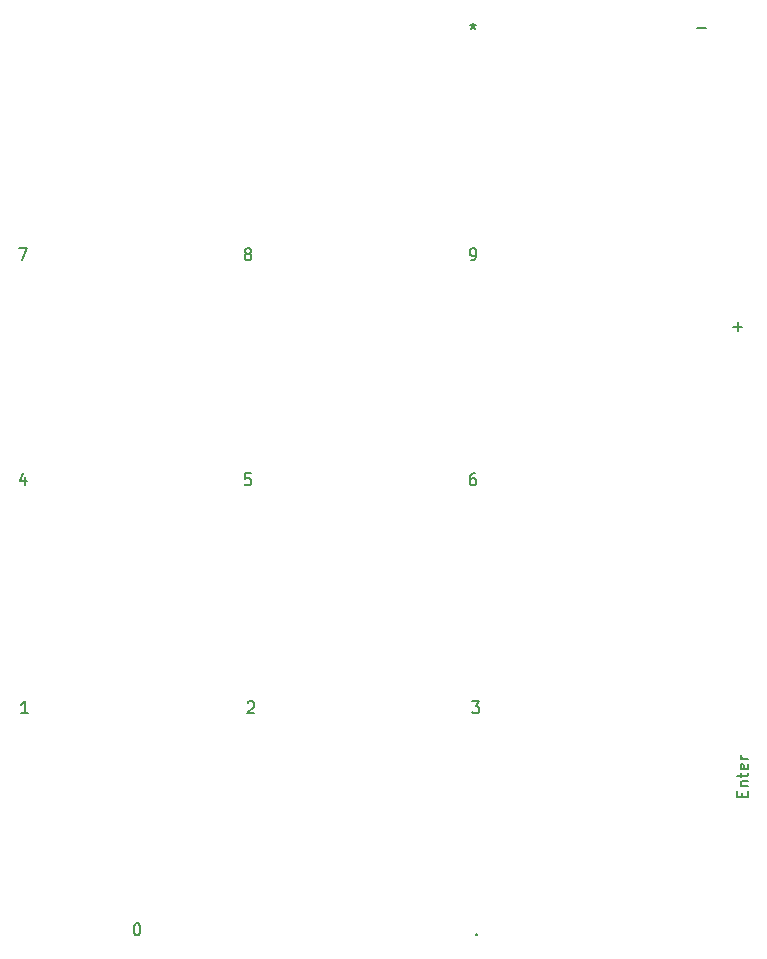
<source format=gto>
G04 #@! TF.GenerationSoftware,KiCad,Pcbnew,(5.1.4-0-10_14)*
G04 #@! TF.CreationDate,2020-10-24T19:39:48+11:00*
G04 #@! TF.ProjectId,Numpad,4e756d70-6164-42e6-9b69-6361645f7063,rev?*
G04 #@! TF.SameCoordinates,Original*
G04 #@! TF.FileFunction,Legend,Top*
G04 #@! TF.FilePolarity,Positive*
%FSLAX46Y46*%
G04 Gerber Fmt 4.6, Leading zero omitted, Abs format (unit mm)*
G04 Created by KiCad (PCBNEW (5.1.4-0-10_14)) date 2020-10-24 19:39:48*
%MOMM*%
%LPD*%
G04 APERTURE LIST*
%ADD10C,0.150000*%
%ADD11C,4.502000*%
%ADD12O,1.302000X2.502000*%
%ADD13O,1.260000X2.418000*%
%ADD14C,0.732000*%
%ADD15C,0.702000*%
%ADD16O,1.802000X1.802000*%
%ADD17R,1.802000X1.802000*%
%ADD18C,4.089800*%
%ADD19C,1.852000*%
%ADD20C,3.150000*%
G04 APERTURE END LIST*
D10*
X148971047Y-57221428D02*
X149732952Y-57221428D01*
X130048000Y-56856380D02*
X130048000Y-57094476D01*
X129809904Y-56999238D02*
X130048000Y-57094476D01*
X130286095Y-56999238D01*
X129905142Y-57284952D02*
X130048000Y-57094476D01*
X130190857Y-57284952D01*
X129857523Y-76906380D02*
X130048000Y-76906380D01*
X130143238Y-76858761D01*
X130190857Y-76811142D01*
X130286095Y-76668285D01*
X130333714Y-76477809D01*
X130333714Y-76096857D01*
X130286095Y-76001619D01*
X130238476Y-75954000D01*
X130143238Y-75906380D01*
X129952761Y-75906380D01*
X129857523Y-75954000D01*
X129809904Y-76001619D01*
X129762285Y-76096857D01*
X129762285Y-76334952D01*
X129809904Y-76430190D01*
X129857523Y-76477809D01*
X129952761Y-76525428D01*
X130143238Y-76525428D01*
X130238476Y-76477809D01*
X130286095Y-76430190D01*
X130333714Y-76334952D01*
X110902761Y-76334952D02*
X110807523Y-76287333D01*
X110759904Y-76239714D01*
X110712285Y-76144476D01*
X110712285Y-76096857D01*
X110759904Y-76001619D01*
X110807523Y-75954000D01*
X110902761Y-75906380D01*
X111093238Y-75906380D01*
X111188476Y-75954000D01*
X111236095Y-76001619D01*
X111283714Y-76096857D01*
X111283714Y-76144476D01*
X111236095Y-76239714D01*
X111188476Y-76287333D01*
X111093238Y-76334952D01*
X110902761Y-76334952D01*
X110807523Y-76382571D01*
X110759904Y-76430190D01*
X110712285Y-76525428D01*
X110712285Y-76715904D01*
X110759904Y-76811142D01*
X110807523Y-76858761D01*
X110902761Y-76906380D01*
X111093238Y-76906380D01*
X111188476Y-76858761D01*
X111236095Y-76811142D01*
X111283714Y-76715904D01*
X111283714Y-76525428D01*
X111236095Y-76430190D01*
X111188476Y-76382571D01*
X111093238Y-76334952D01*
X91614666Y-75906380D02*
X92281333Y-75906380D01*
X91852761Y-76906380D01*
X152471428Y-82930952D02*
X152471428Y-82169047D01*
X152852380Y-82550000D02*
X152090476Y-82550000D01*
X130238476Y-94956380D02*
X130048000Y-94956380D01*
X129952761Y-95004000D01*
X129905142Y-95051619D01*
X129809904Y-95194476D01*
X129762285Y-95384952D01*
X129762285Y-95765904D01*
X129809904Y-95861142D01*
X129857523Y-95908761D01*
X129952761Y-95956380D01*
X130143238Y-95956380D01*
X130238476Y-95908761D01*
X130286095Y-95861142D01*
X130333714Y-95765904D01*
X130333714Y-95527809D01*
X130286095Y-95432571D01*
X130238476Y-95384952D01*
X130143238Y-95337333D01*
X129952761Y-95337333D01*
X129857523Y-95384952D01*
X129809904Y-95432571D01*
X129762285Y-95527809D01*
X111236095Y-94956380D02*
X110759904Y-94956380D01*
X110712285Y-95432571D01*
X110759904Y-95384952D01*
X110855142Y-95337333D01*
X111093238Y-95337333D01*
X111188476Y-95384952D01*
X111236095Y-95432571D01*
X111283714Y-95527809D01*
X111283714Y-95765904D01*
X111236095Y-95861142D01*
X111188476Y-95908761D01*
X111093238Y-95956380D01*
X110855142Y-95956380D01*
X110759904Y-95908761D01*
X110712285Y-95861142D01*
X92138476Y-95289714D02*
X92138476Y-95956380D01*
X91900380Y-94908761D02*
X91662285Y-95623047D01*
X92281333Y-95623047D01*
X129968666Y-114260380D02*
X130587714Y-114260380D01*
X130254380Y-114641333D01*
X130397238Y-114641333D01*
X130492476Y-114688952D01*
X130540095Y-114736571D01*
X130587714Y-114831809D01*
X130587714Y-115069904D01*
X130540095Y-115165142D01*
X130492476Y-115212761D01*
X130397238Y-115260380D01*
X130111523Y-115260380D01*
X130016285Y-115212761D01*
X129968666Y-115165142D01*
X110966285Y-114355619D02*
X111013904Y-114308000D01*
X111109142Y-114260380D01*
X111347238Y-114260380D01*
X111442476Y-114308000D01*
X111490095Y-114355619D01*
X111537714Y-114450857D01*
X111537714Y-114546095D01*
X111490095Y-114688952D01*
X110918666Y-115260380D01*
X111537714Y-115260380D01*
X92360714Y-115260380D02*
X91789285Y-115260380D01*
X92075000Y-115260380D02*
X92075000Y-114260380D01*
X91979761Y-114403238D01*
X91884523Y-114498476D01*
X91789285Y-114546095D01*
X152836571Y-122340476D02*
X152836571Y-122007142D01*
X153360380Y-121864285D02*
X153360380Y-122340476D01*
X152360380Y-122340476D01*
X152360380Y-121864285D01*
X152693714Y-121435714D02*
X153360380Y-121435714D01*
X152788952Y-121435714D02*
X152741333Y-121388095D01*
X152693714Y-121292857D01*
X152693714Y-121150000D01*
X152741333Y-121054761D01*
X152836571Y-121007142D01*
X153360380Y-121007142D01*
X152693714Y-120673809D02*
X152693714Y-120292857D01*
X152360380Y-120530952D02*
X153217523Y-120530952D01*
X153312761Y-120483333D01*
X153360380Y-120388095D01*
X153360380Y-120292857D01*
X153312761Y-119578571D02*
X153360380Y-119673809D01*
X153360380Y-119864285D01*
X153312761Y-119959523D01*
X153217523Y-120007142D01*
X152836571Y-120007142D01*
X152741333Y-119959523D01*
X152693714Y-119864285D01*
X152693714Y-119673809D01*
X152741333Y-119578571D01*
X152836571Y-119530952D01*
X152931809Y-119530952D01*
X153027047Y-120007142D01*
X153360380Y-119102380D02*
X152693714Y-119102380D01*
X152884190Y-119102380D02*
X152788952Y-119054761D01*
X152741333Y-119007142D01*
X152693714Y-118911904D01*
X152693714Y-118816666D01*
X130302000Y-133961142D02*
X130254380Y-134008761D01*
X130302000Y-134056380D01*
X130349619Y-134008761D01*
X130302000Y-133961142D01*
X130302000Y-134056380D01*
X101647619Y-133056380D02*
X101552380Y-133056380D01*
X101457142Y-133104000D01*
X101409523Y-133151619D01*
X101361904Y-133246857D01*
X101314285Y-133437333D01*
X101314285Y-133675428D01*
X101361904Y-133865904D01*
X101409523Y-133961142D01*
X101457142Y-134008761D01*
X101552380Y-134056380D01*
X101647619Y-134056380D01*
X101742857Y-134008761D01*
X101790476Y-133961142D01*
X101838095Y-133865904D01*
X101885714Y-133675428D01*
X101885714Y-133437333D01*
X101838095Y-133246857D01*
X101790476Y-133151619D01*
X101742857Y-133104000D01*
X101647619Y-133056380D01*
%LPC*%
D11*
X152527000Y-101600000D03*
X83947000Y-130175000D03*
X139700000Y-53975000D03*
X99060000Y-82550000D03*
D12*
X105920000Y-43890000D03*
X97280000Y-43890000D03*
D13*
X105920000Y-47715000D03*
X97280000Y-47715000D03*
D14*
X98600000Y-46990000D03*
X104600000Y-46990000D03*
D15*
X104600000Y-46990000D03*
D16*
X89408000Y-80772000D03*
X89408000Y-78232000D03*
X86868000Y-80772000D03*
X86868000Y-78232000D03*
X84328000Y-80772000D03*
D17*
X84328000Y-78232000D03*
D18*
X111125000Y-73025000D03*
D19*
X106045000Y-73025000D03*
X116205000Y-73025000D03*
D18*
X92075000Y-53975000D03*
D19*
X86995000Y-53975000D03*
X97155000Y-53975000D03*
D18*
X111125000Y-53975000D03*
D19*
X106045000Y-53975000D03*
X116205000Y-53975000D03*
D18*
X130175000Y-130175000D03*
D19*
X125095000Y-130175000D03*
X135255000Y-130175000D03*
D18*
X101600000Y-130175000D03*
D19*
X96520000Y-130175000D03*
X106680000Y-130175000D03*
D20*
X89693750Y-137160000D03*
X113506250Y-137160000D03*
D18*
X89693750Y-121920000D03*
X113506250Y-121920000D03*
X149225000Y-120650000D03*
D19*
X149225000Y-125730000D03*
X149225000Y-115570000D03*
D20*
X156210000Y-132556250D03*
X156210000Y-108743750D03*
D18*
X140970000Y-132556250D03*
X140970000Y-108743750D03*
X130175000Y-111125000D03*
D19*
X125095000Y-111125000D03*
X135255000Y-111125000D03*
D18*
X111125000Y-111125000D03*
D19*
X106045000Y-111125000D03*
X116205000Y-111125000D03*
D18*
X92075000Y-111125000D03*
D19*
X86995000Y-111125000D03*
X97155000Y-111125000D03*
D18*
X130175000Y-92075000D03*
D19*
X125095000Y-92075000D03*
X135255000Y-92075000D03*
D18*
X111125000Y-92075000D03*
D19*
X106045000Y-92075000D03*
X116205000Y-92075000D03*
D18*
X92075000Y-92075000D03*
D19*
X86995000Y-92075000D03*
X97155000Y-92075000D03*
D18*
X149225000Y-82550000D03*
D19*
X149225000Y-87630000D03*
X149225000Y-77470000D03*
D20*
X156210000Y-94456250D03*
X156210000Y-70643750D03*
D18*
X140970000Y-94456250D03*
X140970000Y-70643750D03*
X130175000Y-73025000D03*
D19*
X125095000Y-73025000D03*
X135255000Y-73025000D03*
D18*
X92075000Y-73025000D03*
D19*
X86995000Y-73025000D03*
X97155000Y-73025000D03*
D18*
X149225000Y-53975000D03*
D19*
X144145000Y-53975000D03*
X154305000Y-53975000D03*
D18*
X130175000Y-53975000D03*
D19*
X125095000Y-53975000D03*
X135255000Y-53975000D03*
M02*

</source>
